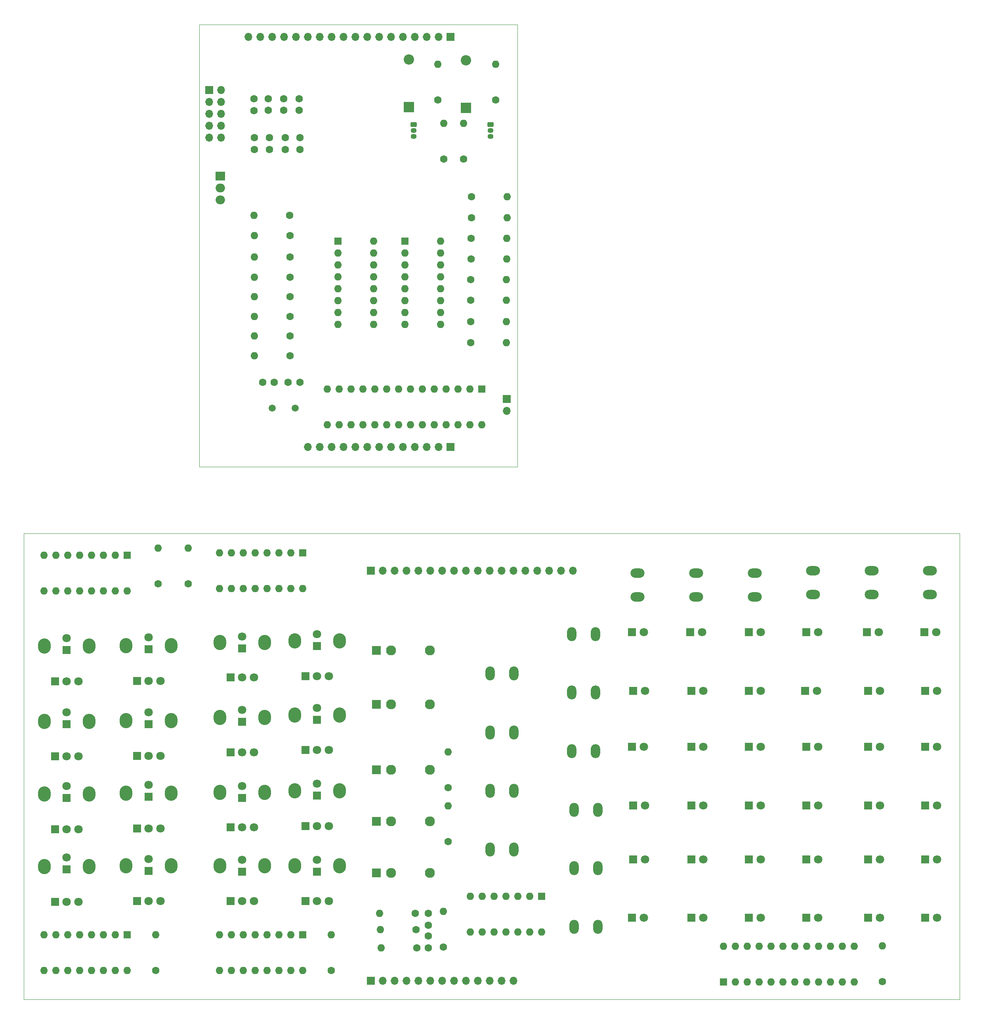
<source format=gbs>
G04 #@! TF.GenerationSoftware,KiCad,Pcbnew,6.0.7-1.fc36*
G04 #@! TF.CreationDate,2022-08-06T18:57:46+02:00*
G04 #@! TF.ProjectId,matrix-sq-v1,6d617472-6978-42d7-9371-2d76312e6b69,rev?*
G04 #@! TF.SameCoordinates,Original*
G04 #@! TF.FileFunction,Soldermask,Bot*
G04 #@! TF.FilePolarity,Negative*
%FSLAX46Y46*%
G04 Gerber Fmt 4.6, Leading zero omitted, Abs format (unit mm)*
G04 Created by KiCad (PCBNEW 6.0.7-1.fc36) date 2022-08-06 18:57:46*
%MOMM*%
%LPD*%
G01*
G04 APERTURE LIST*
G04 Aperture macros list*
%AMRoundRect*
0 Rectangle with rounded corners*
0 $1 Rounding radius*
0 $2 $3 $4 $5 $6 $7 $8 $9 X,Y pos of 4 corners*
0 Add a 4 corners polygon primitive as box body*
4,1,4,$2,$3,$4,$5,$6,$7,$8,$9,$2,$3,0*
0 Add four circle primitives for the rounded corners*
1,1,$1+$1,$2,$3*
1,1,$1+$1,$4,$5*
1,1,$1+$1,$6,$7*
1,1,$1+$1,$8,$9*
0 Add four rect primitives between the rounded corners*
20,1,$1+$1,$2,$3,$4,$5,0*
20,1,$1+$1,$4,$5,$6,$7,0*
20,1,$1+$1,$6,$7,$8,$9,0*
20,1,$1+$1,$8,$9,$2,$3,0*%
G04 Aperture macros list end*
G04 #@! TA.AperFunction,Profile*
%ADD10C,0.100000*%
G04 #@! TD*
%ADD11R,1.800000X1.800000*%
%ADD12C,1.800000*%
%ADD13O,2.720000X3.240000*%
%ADD14C,1.600000*%
%ADD15O,1.600000X1.600000*%
%ADD16O,3.000000X2.000000*%
%ADD17R,1.600000X1.600000*%
%ADD18O,2.000000X3.000000*%
%ADD19R,1.830000X1.930000*%
%ADD20C,2.130000*%
%ADD21R,1.700000X1.700000*%
%ADD22O,1.700000X1.700000*%
%ADD23RoundRect,0.249900X-0.400100X0.275100X-0.400100X-0.275100X0.400100X-0.275100X0.400100X0.275100X0*%
%ADD24O,1.300000X1.050000*%
%ADD25R,2.000000X1.905000*%
%ADD26O,2.000000X1.905000*%
%ADD27R,2.200000X2.200000*%
%ADD28O,2.200000X2.200000*%
%ADD29C,1.500000*%
G04 APERTURE END LIST*
D10*
X108300000Y-132900000D02*
X176300000Y-132900000D01*
X176300000Y-132900000D02*
X176300000Y-227300000D01*
X176300000Y-227300000D02*
X108300000Y-227300000D01*
X108300000Y-227300000D02*
X108300000Y-132900000D01*
X70800000Y-241500000D02*
X270800000Y-241500000D01*
X270800000Y-241500000D02*
X270800000Y-341000000D01*
X270800000Y-341000000D02*
X70800000Y-341000000D01*
X70800000Y-341000000D02*
X70800000Y-241500000D01*
D11*
X200800000Y-323600000D03*
D12*
X203340000Y-323600000D03*
D13*
X75200000Y-297150000D03*
X84800000Y-297150000D03*
D11*
X77500000Y-304650000D03*
D12*
X80000000Y-304650000D03*
X82500000Y-304650000D03*
D11*
X238025000Y-262600000D03*
D12*
X240565000Y-262600000D03*
D14*
X161500000Y-307310000D03*
D15*
X161500000Y-299690000D03*
D13*
X112700000Y-312500000D03*
X122300000Y-312500000D03*
D11*
X115000000Y-320000000D03*
D12*
X117500000Y-320000000D03*
X120000000Y-320000000D03*
D14*
X166290000Y-191700000D03*
D15*
X173910000Y-191700000D03*
D14*
X154510000Y-322600000D03*
D15*
X146890000Y-322600000D03*
D16*
X252000000Y-249460000D03*
X252000000Y-254540000D03*
D17*
X138000000Y-179100000D03*
D15*
X138000000Y-181640000D03*
X138000000Y-184180000D03*
X138000000Y-186720000D03*
X138000000Y-189260000D03*
X138000000Y-191800000D03*
X138000000Y-194340000D03*
X138000000Y-196880000D03*
X145620000Y-196880000D03*
X145620000Y-194340000D03*
X145620000Y-191800000D03*
X145620000Y-189260000D03*
X145620000Y-186720000D03*
X145620000Y-184180000D03*
X145620000Y-181640000D03*
X145620000Y-179100000D03*
D11*
X133500000Y-297500000D03*
D12*
X133500000Y-294960000D03*
D11*
X225760000Y-275100000D03*
D12*
X228300000Y-275100000D03*
D13*
X122300000Y-280775000D03*
X112700000Y-280775000D03*
D11*
X115000000Y-288275000D03*
D12*
X117500000Y-288275000D03*
X120000000Y-288275000D03*
D14*
X123300000Y-159550000D03*
X123300000Y-157050000D03*
D11*
X251250000Y-299600000D03*
D12*
X253790000Y-299600000D03*
D11*
X251250000Y-311100000D03*
D12*
X253790000Y-311100000D03*
D14*
X127710000Y-177900000D03*
D15*
X120090000Y-177900000D03*
D18*
X170460000Y-271400000D03*
X175540000Y-271400000D03*
D11*
X213260000Y-262600000D03*
D12*
X215800000Y-262600000D03*
D13*
X138300000Y-312500000D03*
X128700000Y-312500000D03*
D11*
X131000000Y-320000000D03*
D12*
X133500000Y-320000000D03*
X136000000Y-320000000D03*
D19*
X146220000Y-278000000D03*
D20*
X157620000Y-278000000D03*
X149320000Y-278000000D03*
D18*
X193000000Y-263000000D03*
X187920000Y-263000000D03*
D11*
X251250000Y-275100000D03*
D12*
X253790000Y-275100000D03*
D13*
X112700000Y-264775000D03*
X122300000Y-264775000D03*
D11*
X115000000Y-272275000D03*
D12*
X117500000Y-272275000D03*
X120000000Y-272275000D03*
D18*
X193000000Y-288000000D03*
X187920000Y-288000000D03*
D13*
X138300000Y-264500000D03*
X128700000Y-264500000D03*
D11*
X131000000Y-272000000D03*
D12*
X133500000Y-272000000D03*
X136000000Y-272000000D03*
D13*
X138300000Y-296500000D03*
X128700000Y-296500000D03*
D11*
X131000000Y-304000000D03*
D12*
X133500000Y-304000000D03*
X136000000Y-304000000D03*
D14*
X166290000Y-196300000D03*
D15*
X173910000Y-196300000D03*
D14*
X120000000Y-151250000D03*
X120000000Y-148750000D03*
D11*
X263260000Y-262600000D03*
D12*
X265800000Y-262600000D03*
D11*
X133500000Y-265540000D03*
D12*
X133500000Y-263000000D03*
D13*
X92700000Y-281500000D03*
X102300000Y-281500000D03*
D11*
X95000000Y-289000000D03*
D12*
X97500000Y-289000000D03*
X100000000Y-289000000D03*
D11*
X213525000Y-299600000D03*
D12*
X216065000Y-299600000D03*
D21*
X110460000Y-146880000D03*
D22*
X113000000Y-146880000D03*
X110460000Y-149420000D03*
X113000000Y-149420000D03*
X110460000Y-151960000D03*
X113000000Y-151960000D03*
X110460000Y-154500000D03*
X113000000Y-154500000D03*
X110460000Y-157040000D03*
X113000000Y-157040000D03*
D16*
X264500000Y-249460000D03*
X264500000Y-254540000D03*
D14*
X254300000Y-337210000D03*
D15*
X254300000Y-329590000D03*
D14*
X171700000Y-149000000D03*
D15*
X171700000Y-141380000D03*
D11*
X200760000Y-262600000D03*
D12*
X203300000Y-262600000D03*
D11*
X238025000Y-299600000D03*
D12*
X240565000Y-299600000D03*
D23*
X170530000Y-154235000D03*
D24*
X170530000Y-155505000D03*
X170530000Y-156775000D03*
D14*
X157300000Y-330000000D03*
X157300000Y-327500000D03*
D21*
X174000000Y-212825000D03*
D22*
X174000000Y-215365000D03*
D14*
X126400000Y-151200000D03*
X126400000Y-148700000D03*
D11*
X225760000Y-262600000D03*
D12*
X228300000Y-262600000D03*
D18*
X193000000Y-275500000D03*
X187920000Y-275500000D03*
D11*
X263485000Y-311100000D03*
D12*
X266025000Y-311100000D03*
D11*
X97500000Y-282275000D03*
D12*
X97500000Y-279735000D03*
D14*
X154810000Y-330000000D03*
D15*
X147190000Y-330000000D03*
D14*
X136500000Y-334810000D03*
D15*
X136500000Y-327190000D03*
D11*
X213525000Y-323600000D03*
D12*
X216065000Y-323600000D03*
D11*
X263485000Y-299600000D03*
D12*
X266025000Y-299600000D03*
D16*
X214500000Y-249960000D03*
X214500000Y-255040000D03*
X202000000Y-249960000D03*
X202000000Y-255040000D03*
D14*
X166290000Y-187300000D03*
D15*
X173910000Y-187300000D03*
D18*
X170460000Y-284000000D03*
X175540000Y-284000000D03*
D11*
X225760000Y-299600000D03*
D12*
X228300000Y-299600000D03*
D11*
X251250000Y-287100000D03*
D12*
X253790000Y-287100000D03*
D18*
X170460000Y-296500000D03*
X175540000Y-296500000D03*
D14*
X159300000Y-149010000D03*
D15*
X159300000Y-141390000D03*
D13*
X84800000Y-312650000D03*
X75200000Y-312650000D03*
D11*
X77500000Y-320150000D03*
D12*
X80000000Y-320150000D03*
X82500000Y-320150000D03*
D14*
X127710000Y-191000000D03*
D15*
X120090000Y-191000000D03*
D19*
X146220000Y-292000000D03*
D20*
X157620000Y-292000000D03*
X149320000Y-292000000D03*
D11*
X117500000Y-298000000D03*
D12*
X117500000Y-295460000D03*
D11*
X238025000Y-323600000D03*
D12*
X240565000Y-323600000D03*
D19*
X146220000Y-303000000D03*
D20*
X157620000Y-303000000D03*
X149320000Y-303000000D03*
D25*
X112855000Y-165260000D03*
D26*
X112855000Y-167800000D03*
X112855000Y-170340000D03*
D17*
X92900000Y-327200000D03*
D15*
X90360000Y-327200000D03*
X87820000Y-327200000D03*
X85280000Y-327200000D03*
X82740000Y-327200000D03*
X80200000Y-327200000D03*
X77660000Y-327200000D03*
X75120000Y-327200000D03*
X75120000Y-334820000D03*
X77660000Y-334820000D03*
X80200000Y-334820000D03*
X82740000Y-334820000D03*
X85280000Y-334820000D03*
X87820000Y-334820000D03*
X90360000Y-334820000D03*
X92900000Y-334820000D03*
D14*
X126700000Y-159550000D03*
X126700000Y-157050000D03*
D27*
X153100000Y-150480000D03*
D28*
X153100000Y-140320000D03*
D11*
X201025000Y-311100000D03*
D12*
X203565000Y-311100000D03*
D17*
X152300000Y-179100000D03*
D15*
X152300000Y-181640000D03*
X152300000Y-184180000D03*
X152300000Y-186720000D03*
X152300000Y-189260000D03*
X152300000Y-191800000D03*
X152300000Y-194340000D03*
X152300000Y-196880000D03*
X159920000Y-196880000D03*
X159920000Y-194340000D03*
X159920000Y-191800000D03*
X159920000Y-189260000D03*
X159920000Y-186720000D03*
X159920000Y-184180000D03*
X159920000Y-181640000D03*
X159920000Y-179100000D03*
D13*
X75200000Y-281640000D03*
X84800000Y-281640000D03*
D11*
X77500000Y-289140000D03*
D12*
X80000000Y-289140000D03*
X82500000Y-289140000D03*
D14*
X166390000Y-182900000D03*
D15*
X174010000Y-182900000D03*
D29*
X123950000Y-214800000D03*
X128850000Y-214800000D03*
D14*
X164800000Y-161610000D03*
D15*
X164800000Y-153990000D03*
D21*
X145000000Y-249500000D03*
D22*
X147540000Y-249500000D03*
X150080000Y-249500000D03*
X152620000Y-249500000D03*
X155160000Y-249500000D03*
X157700000Y-249500000D03*
X160240000Y-249500000D03*
X162780000Y-249500000D03*
X165320000Y-249500000D03*
X167860000Y-249500000D03*
X170400000Y-249500000D03*
X172940000Y-249500000D03*
X175480000Y-249500000D03*
X178020000Y-249500000D03*
X180560000Y-249500000D03*
X183100000Y-249500000D03*
X185640000Y-249500000D03*
X188180000Y-249500000D03*
D21*
X162000000Y-223100000D03*
D22*
X159460000Y-223100000D03*
X156920000Y-223100000D03*
X154380000Y-223100000D03*
X151840000Y-223100000D03*
X149300000Y-223100000D03*
X146760000Y-223100000D03*
X144220000Y-223100000D03*
X141680000Y-223100000D03*
X139140000Y-223100000D03*
X136600000Y-223100000D03*
X134060000Y-223100000D03*
X131520000Y-223100000D03*
D11*
X213525000Y-311100000D03*
D12*
X216065000Y-311100000D03*
D14*
X106000000Y-252310000D03*
D15*
X106000000Y-244690000D03*
D14*
X157300000Y-325150000D03*
X157300000Y-322650000D03*
D11*
X251025000Y-262600000D03*
D12*
X253565000Y-262600000D03*
D11*
X117500000Y-281775000D03*
D12*
X117500000Y-279235000D03*
D14*
X127710000Y-203600000D03*
D15*
X120090000Y-203600000D03*
D14*
X166290000Y-200800000D03*
D15*
X173910000Y-200800000D03*
D11*
X200800000Y-287100000D03*
D12*
X203340000Y-287100000D03*
D14*
X160500000Y-329810000D03*
D15*
X160500000Y-322190000D03*
D17*
X130400000Y-245700000D03*
D15*
X127860000Y-245700000D03*
X125320000Y-245700000D03*
X122780000Y-245700000D03*
X120240000Y-245700000D03*
X117700000Y-245700000D03*
X115160000Y-245700000D03*
X112620000Y-245700000D03*
X112620000Y-253320000D03*
X115160000Y-253320000D03*
X117700000Y-253320000D03*
X120240000Y-253320000D03*
X122780000Y-253320000D03*
X125320000Y-253320000D03*
X127860000Y-253320000D03*
X130400000Y-253320000D03*
D11*
X97500000Y-313550000D03*
D12*
X97500000Y-311010000D03*
D19*
X146220000Y-266500000D03*
D20*
X157620000Y-266500000D03*
X149320000Y-266500000D03*
D18*
X193500000Y-300500000D03*
X188420000Y-300500000D03*
D27*
X165300000Y-150680000D03*
D28*
X165300000Y-140520000D03*
D14*
X161500000Y-295810000D03*
D15*
X161500000Y-288190000D03*
D23*
X154130000Y-154235000D03*
D24*
X154130000Y-155505000D03*
X154130000Y-156775000D03*
D14*
X166490000Y-169600000D03*
D15*
X174110000Y-169600000D03*
D17*
X220325000Y-337300000D03*
D15*
X222865000Y-337300000D03*
X225405000Y-337300000D03*
X227945000Y-337300000D03*
X230485000Y-337300000D03*
X233025000Y-337300000D03*
X235565000Y-337300000D03*
X238105000Y-337300000D03*
X240645000Y-337300000D03*
X243185000Y-337300000D03*
X245725000Y-337300000D03*
X248265000Y-337300000D03*
X248265000Y-329680000D03*
X245725000Y-329680000D03*
X243185000Y-329680000D03*
X240645000Y-329680000D03*
X238105000Y-329680000D03*
X235565000Y-329680000D03*
X233025000Y-329680000D03*
X230485000Y-329680000D03*
X227945000Y-329680000D03*
X225405000Y-329680000D03*
X222865000Y-329680000D03*
X220325000Y-329680000D03*
D11*
X201025000Y-299600000D03*
D12*
X203565000Y-299600000D03*
D14*
X154610000Y-326100000D03*
D15*
X146990000Y-326100000D03*
D11*
X117500000Y-313775000D03*
D12*
X117500000Y-311235000D03*
D14*
X166490000Y-174100000D03*
D15*
X174110000Y-174100000D03*
D19*
X146220000Y-314000000D03*
D20*
X157620000Y-314000000D03*
X149320000Y-314000000D03*
D11*
X225760000Y-287100000D03*
D12*
X228300000Y-287100000D03*
D14*
X166390000Y-178500000D03*
D15*
X174010000Y-178500000D03*
D11*
X97500000Y-297775000D03*
D12*
X97500000Y-295235000D03*
D18*
X193500000Y-325500000D03*
X188420000Y-325500000D03*
D16*
X239500000Y-249460000D03*
X239500000Y-254540000D03*
D21*
X162000000Y-135500000D03*
D22*
X159460000Y-135500000D03*
X156920000Y-135500000D03*
X154380000Y-135500000D03*
X151840000Y-135500000D03*
X149300000Y-135500000D03*
X146760000Y-135500000D03*
X144220000Y-135500000D03*
X141680000Y-135500000D03*
X139140000Y-135500000D03*
X136600000Y-135500000D03*
X134060000Y-135500000D03*
X131520000Y-135500000D03*
X128980000Y-135500000D03*
X126440000Y-135500000D03*
X123900000Y-135500000D03*
X121360000Y-135500000D03*
X118820000Y-135500000D03*
D13*
X75200000Y-265610000D03*
X84800000Y-265610000D03*
D11*
X77500000Y-273110000D03*
D12*
X80000000Y-273110000D03*
X82500000Y-273110000D03*
D11*
X238025000Y-311100000D03*
D12*
X240565000Y-311100000D03*
D11*
X213525000Y-287100000D03*
D12*
X216065000Y-287100000D03*
D11*
X80000000Y-313275000D03*
D12*
X80000000Y-310735000D03*
D11*
X263485000Y-323600000D03*
D12*
X266025000Y-323600000D03*
D17*
X130400000Y-327200000D03*
D15*
X127860000Y-327200000D03*
X125320000Y-327200000D03*
X122780000Y-327200000D03*
X120240000Y-327200000D03*
X117700000Y-327200000D03*
X115160000Y-327200000D03*
X112620000Y-327200000D03*
X112620000Y-334820000D03*
X115160000Y-334820000D03*
X117700000Y-334820000D03*
X120240000Y-334820000D03*
X122780000Y-334820000D03*
X125320000Y-334820000D03*
X127860000Y-334820000D03*
X130400000Y-334820000D03*
D11*
X117500000Y-266050000D03*
D12*
X117500000Y-263510000D03*
D14*
X160600000Y-161610000D03*
D15*
X160600000Y-153990000D03*
D14*
X127710000Y-195200000D03*
D15*
X120090000Y-195200000D03*
D13*
X102300000Y-265500000D03*
X92700000Y-265500000D03*
D11*
X95000000Y-273000000D03*
D12*
X97500000Y-273000000D03*
X100000000Y-273000000D03*
D11*
X251250000Y-323600000D03*
D12*
X253790000Y-323600000D03*
D14*
X127710000Y-186800000D03*
D15*
X120090000Y-186800000D03*
D11*
X80000000Y-282275000D03*
D12*
X80000000Y-279735000D03*
D14*
X120100000Y-159550000D03*
X120100000Y-157050000D03*
X127710000Y-182500000D03*
D15*
X120090000Y-182500000D03*
D11*
X225760000Y-323600000D03*
D12*
X228300000Y-323600000D03*
D14*
X127710000Y-199400000D03*
D15*
X120090000Y-199400000D03*
D14*
X124350000Y-209300000D03*
X121850000Y-209300000D03*
D18*
X193500000Y-313000000D03*
X188420000Y-313000000D03*
D13*
X92700000Y-312500000D03*
X102300000Y-312500000D03*
D11*
X95000000Y-320000000D03*
D12*
X97500000Y-320000000D03*
X100000000Y-320000000D03*
D11*
X133500000Y-313775000D03*
D12*
X133500000Y-311235000D03*
D13*
X122300000Y-296775000D03*
X112700000Y-296775000D03*
D11*
X115000000Y-304275000D03*
D12*
X117500000Y-304275000D03*
X120000000Y-304275000D03*
D14*
X129700000Y-151200000D03*
X129700000Y-148700000D03*
D11*
X133500000Y-281275000D03*
D12*
X133500000Y-278735000D03*
D11*
X238025000Y-287100000D03*
D12*
X240565000Y-287100000D03*
D11*
X263485000Y-287100000D03*
D12*
X266025000Y-287100000D03*
D14*
X127610000Y-173600000D03*
D15*
X119990000Y-173600000D03*
D11*
X225760000Y-311100000D03*
D12*
X228300000Y-311100000D03*
D13*
X92700000Y-297000000D03*
X102300000Y-297000000D03*
D11*
X95000000Y-304500000D03*
D12*
X97500000Y-304500000D03*
X100000000Y-304500000D03*
D13*
X128700000Y-280275000D03*
X138300000Y-280275000D03*
D11*
X131000000Y-287775000D03*
D12*
X133500000Y-287775000D03*
X136000000Y-287775000D03*
D16*
X227000000Y-249960000D03*
X227000000Y-255040000D03*
D11*
X97500000Y-266275000D03*
D12*
X97500000Y-263735000D03*
D11*
X201025000Y-275100000D03*
D12*
X203565000Y-275100000D03*
D17*
X181500000Y-319000000D03*
D15*
X178960000Y-319000000D03*
X176420000Y-319000000D03*
X173880000Y-319000000D03*
X171340000Y-319000000D03*
X168800000Y-319000000D03*
X166260000Y-319000000D03*
X166260000Y-326620000D03*
X168800000Y-326620000D03*
X171340000Y-326620000D03*
X173880000Y-326620000D03*
X176420000Y-326620000D03*
X178960000Y-326620000D03*
X181500000Y-326620000D03*
D11*
X80000000Y-298000000D03*
D12*
X80000000Y-295460000D03*
D17*
X168700000Y-210700000D03*
D15*
X166160000Y-210700000D03*
X163620000Y-210700000D03*
X161080000Y-210700000D03*
X158540000Y-210700000D03*
X156000000Y-210700000D03*
X153460000Y-210700000D03*
X150920000Y-210700000D03*
X148380000Y-210700000D03*
X145840000Y-210700000D03*
X143300000Y-210700000D03*
X140760000Y-210700000D03*
X138220000Y-210700000D03*
X135680000Y-210700000D03*
X135680000Y-218320000D03*
X138220000Y-218320000D03*
X140760000Y-218320000D03*
X143300000Y-218320000D03*
X145840000Y-218320000D03*
X148380000Y-218320000D03*
X150920000Y-218320000D03*
X153460000Y-218320000D03*
X156000000Y-218320000D03*
X158540000Y-218320000D03*
X161080000Y-218320000D03*
X163620000Y-218320000D03*
X166160000Y-218320000D03*
X168700000Y-218320000D03*
D21*
X145000000Y-337000000D03*
D22*
X147540000Y-337000000D03*
X150080000Y-337000000D03*
X152620000Y-337000000D03*
X155160000Y-337000000D03*
X157700000Y-337000000D03*
X160240000Y-337000000D03*
X162780000Y-337000000D03*
X165320000Y-337000000D03*
X167860000Y-337000000D03*
X170400000Y-337000000D03*
X172940000Y-337000000D03*
X175480000Y-337000000D03*
D11*
X263485000Y-275100000D03*
D12*
X266025000Y-275100000D03*
D14*
X129800000Y-209300000D03*
X127300000Y-209300000D03*
X123100000Y-151200000D03*
X123100000Y-148700000D03*
D11*
X80000000Y-266425000D03*
D12*
X80000000Y-263885000D03*
D14*
X99500000Y-252310000D03*
D15*
X99500000Y-244690000D03*
D18*
X170460000Y-309000000D03*
X175540000Y-309000000D03*
D11*
X237800000Y-275100000D03*
D12*
X240340000Y-275100000D03*
D17*
X92900000Y-246200000D03*
D15*
X90360000Y-246200000D03*
X87820000Y-246200000D03*
X85280000Y-246200000D03*
X82740000Y-246200000D03*
X80200000Y-246200000D03*
X77660000Y-246200000D03*
X75120000Y-246200000D03*
X75120000Y-253820000D03*
X77660000Y-253820000D03*
X80200000Y-253820000D03*
X82740000Y-253820000D03*
X85280000Y-253820000D03*
X87820000Y-253820000D03*
X90360000Y-253820000D03*
X92900000Y-253820000D03*
D14*
X99000000Y-334810000D03*
D15*
X99000000Y-327190000D03*
D11*
X213525000Y-275100000D03*
D12*
X216065000Y-275100000D03*
D14*
X129800000Y-159550000D03*
X129800000Y-157050000D03*
M02*

</source>
